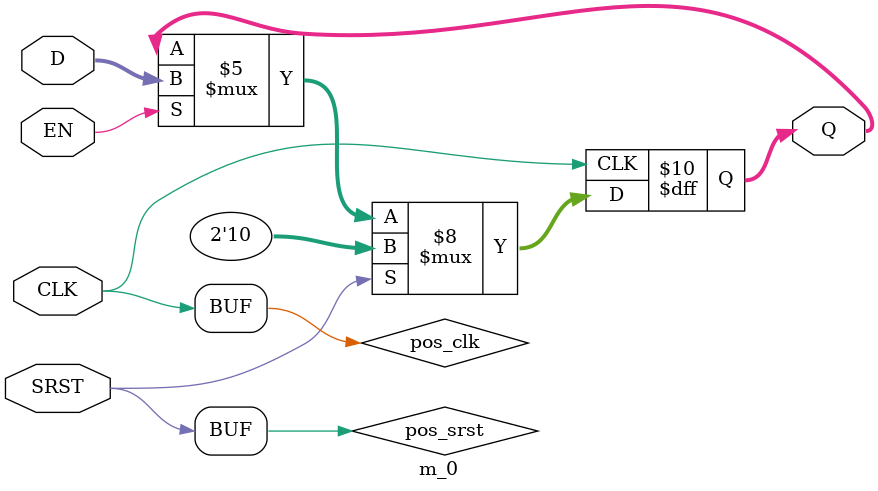
<source format=v>
module m_0 (CLK, D, EN, SRST, Q);

parameter WIDTH = 2;
parameter CLK_POLARITY = 1'b1;
parameter EN_POLARITY = 1'b1;
parameter SRST_POLARITY = 1'b1;
parameter SRST_VALUE = 2;

input CLK, SRST, EN;
input [WIDTH-1:0] D;
output reg [WIDTH-1:0] Q;
wire pos_clk = CLK == CLK_POLARITY;
wire pos_srst = SRST == SRST_POLARITY;

always @(posedge pos_clk) begin
	if (pos_srst)
		Q <= SRST_VALUE;
	else if (EN == EN_POLARITY)
		Q <= D;
end

endmodule


</source>
